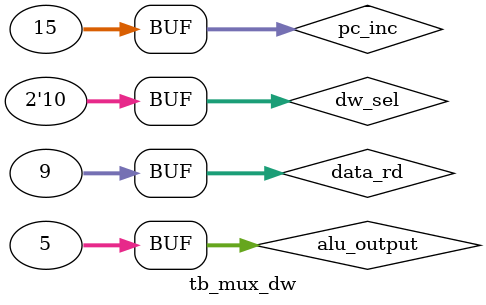
<source format=v>
`timescale 1ns / 1ps

module tb_mux_dw;

	// Inputs
	reg [31:0] pc_inc;
	reg [31:0] data_rd;
	reg [31:0] alu_output;
	reg [1:0] dw_sel;

	// Outputs
	wire [31:0] dw;

	// Instantiate the Unit Under Test (UUT)
	MUX_DW uut (
		.pc_inc(pc_inc), 
		.data_rd(data_rd), 
		.alu_output(alu_output), 
		.dw_sel(dw_sel), 
		.dw(dw)
	);

	initial begin
		// Initialize Inputs
		pc_inc = 0;
		data_rd = 0;
		alu_output = 0;
		dw_sel = 2'b11;

		// Wait 100 ns for global reset to finish
		#100;
        
		// Add stimulus here

	end
	
	always begin
		#100;
			pc_inc = 32'b1111;
			data_rd = 32'b1001;
			alu_output = 32'b0101;
			dw_sel = 2'b00;
		#100;
			pc_inc = 32'b1111;
			data_rd = 32'b1001;
			alu_output = 32'b0101;
			dw_sel = 2'b01;
		#100;
			pc_inc = 32'b1111;
			data_rd = 32'b1001;
			alu_output = 32'b0101;
			dw_sel = 2'b10;
		#500;
	end
      
endmodule


</source>
